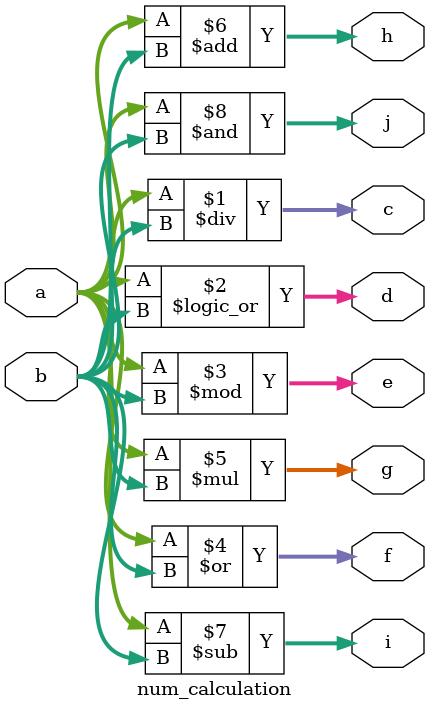
<source format=v>
module num_calculation(
    input [2:0]a,b,
    output[2:0]c,d,e,f,g,h,i,j);
   /* always@(*) begin
     */
    assign c=a/b;
    assign d=a||b;
    assign e=a%b;
    assign f=a|b;
    assign g=a*b;
    assign h=a+b;
    assign i=a-b;
    assign j=a&b;
endmodule


</source>
